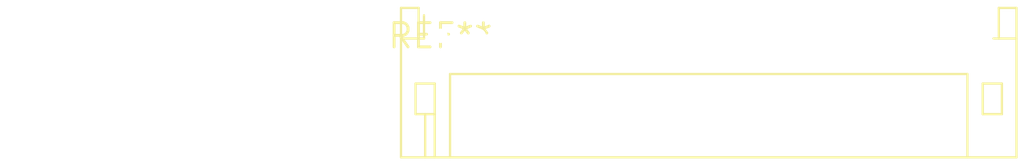
<source format=kicad_pcb>
(kicad_pcb (version 20240108) (generator pcbnew)
  (layers (0 "F.Cu" signal) (31 "B.Cu" signal) (34 "B.Paste" user) (35 "F.Paste" user) (36 "B.SilkS" user "B.Silkscreen") (37 "F.SilkS" user "F.Silkscreen") (38 "B.Mask" user) (39 "F.Mask" user) (44 "Edge.Cuts" user))
  (net 0 "")
  (footprint "JST_PH_S15B-PH-K_1x15_P2.00mm_Horizontal" (layer "F.Cu") (at 0 0)
    (property "Reference" "REF**")
    (property "Value" "JST_PH_S15B-PH-K_1x15_P2.00mm_Horizontal")
    (fp_line (start -2.06 -1.46) (end -2.06 6.36) (layer "F.SilkS") (stroke (width 0.12)))
    (fp_line (start -2.06 0.14) (end -1.14 0.14) (layer "F.SilkS") (stroke (width 0.12)))
    (fp_line (start -2.06 6.36) (end 30.06 6.36) (layer "F.SilkS") (stroke (width 0.12)))
    (fp_line (start -1.3 2.5) (end -1.3 4.1) (layer "F.SilkS") (stroke (width 0.12)))
    (fp_line (start -1.3 4.1) (end -0.3 4.1) (layer "F.SilkS") (stroke (width 0.12)))
    (fp_line (start -1.14 -1.46) (end -2.06 -1.46) (layer "F.SilkS") (stroke (width 0.12)))
    (fp_line (start -1.14 0.14) (end -1.14 -1.46) (layer "F.SilkS") (stroke (width 0.12)))
    (fp_line (start -0.86 0.14) (end -1.14 0.14) (layer "F.SilkS") (stroke (width 0.12)))
    (fp_line (start -0.86 0.14) (end -0.86 -1.075) (layer "F.SilkS") (stroke (width 0.12)))
    (fp_line (start -0.8 4.1) (end -0.8 6.36) (layer "F.SilkS") (stroke (width 0.12)))
    (fp_line (start -0.3 2.5) (end -1.3 2.5) (layer "F.SilkS") (stroke (width 0.12)))
    (fp_line (start -0.3 4.1) (end -0.3 2.5) (layer "F.SilkS") (stroke (width 0.12)))
    (fp_line (start -0.3 4.1) (end -0.3 6.36) (layer "F.SilkS") (stroke (width 0.12)))
    (fp_line (start 0.5 2) (end 27.5 2) (layer "F.SilkS") (stroke (width 0.12)))
    (fp_line (start 0.5 6.36) (end 0.5 2) (layer "F.SilkS") (stroke (width 0.12)))
    (fp_line (start 27.5 2) (end 27.5 6.36) (layer "F.SilkS") (stroke (width 0.12)))
    (fp_line (start 28.3 2.5) (end 29.3 2.5) (layer "F.SilkS") (stroke (width 0.12)))
    (fp_line (start 28.3 4.1) (end 28.3 2.5) (layer "F.SilkS") (stroke (width 0.12)))
    (fp_line (start 29.14 -1.46) (end 29.14 0.14) (layer "F.SilkS") (stroke (width 0.12)))
    (fp_line (start 29.14 0.14) (end 28.86 0.14) (layer "F.SilkS") (stroke (width 0.12)))
    (fp_line (start 29.3 2.5) (end 29.3 4.1) (layer "F.SilkS") (stroke (width 0.12)))
    (fp_line (start 29.3 4.1) (end 28.3 4.1) (layer "F.SilkS") (stroke (width 0.12)))
    (fp_line (start 30.06 -1.46) (end 29.14 -1.46) (layer "F.SilkS") (stroke (width 0.12)))
    (fp_line (start 30.06 0.14) (end 29.14 0.14) (layer "F.SilkS") (stroke (width 0.12)))
    (fp_line (start 30.06 6.36) (end 30.06 -1.46) (layer "F.SilkS") (stroke (width 0.12)))
    (pad "1" thru_hole roundrect (at 0 0) (size 1.2 1.75) (drill 0.75) (layers *.Cu *.Mask) (remove_unused_layers) (roundrect_rratio 0.208333))
    (pad "2" thru_hole oval (at 2 0) (size 1.2 1.75) (drill 0.75) (layers *.Cu *.Mask) (remove_unused_layers))
    (pad "3" thru_hole oval (at 4 0) (size 1.2 1.75) (drill 0.75) (layers *.Cu *.Mask) (remove_unused_layers))
    (pad "4" thru_hole oval (at 6 0) (size 1.2 1.75) (drill 0.75) (layers *.Cu *.Mask) (remove_unused_layers))
    (pad "5" thru_hole oval (at 8 0) (size 1.2 1.75) (drill 0.75) (layers *.Cu *.Mask) (remove_unused_layers))
    (pad "6" thru_hole oval (at 10 0) (size 1.2 1.75) (drill 0.75) (layers *.Cu *.Mask) (remove_unused_layers))
    (pad "7" thru_hole oval (at 12 0) (size 1.2 1.75) (drill 0.75) (layers *.Cu *.Mask) (remove_unused_layers))
    (pad "8" thru_hole oval (at 14 0) (size 1.2 1.75) (drill 0.75) (layers *.Cu *.Mask) (remove_unused_layers))
    (pad "9" thru_hole oval (at 16 0) (size 1.2 1.75) (drill 0.75) (layers *.Cu *.Mask) (remove_unused_layers))
    (pad "10" thru_hole oval (at 18 0) (size 1.2 1.75) (drill 0.75) (layers *.Cu *.Mask) (remove_unused_layers))
    (pad "11" thru_hole oval (at 20 0) (size 1.2 1.75) (drill 0.75) (layers *.Cu *.Mask) (remove_unused_layers))
    (pad "12" thru_hole oval (at 22 0) (size 1.2 1.75) (drill 0.75) (layers *.Cu *.Mask) (remove_unused_layers))
    (pad "13" thru_hole oval (at 24 0) (size 1.2 1.75) (drill 0.75) (layers *.Cu *.Mask) (remove_unused_layers))
    (pad "14" thru_hole oval (at 26 0) (size 1.2 1.75) (drill 0.75) (layers *.Cu *.Mask) (remove_unused_layers))
    (pad "15" thru_hole oval (at 28 0) (size 1.2 1.75) (drill 0.75) (layers *.Cu *.Mask) (remove_unused_layers))
  )
)
</source>
